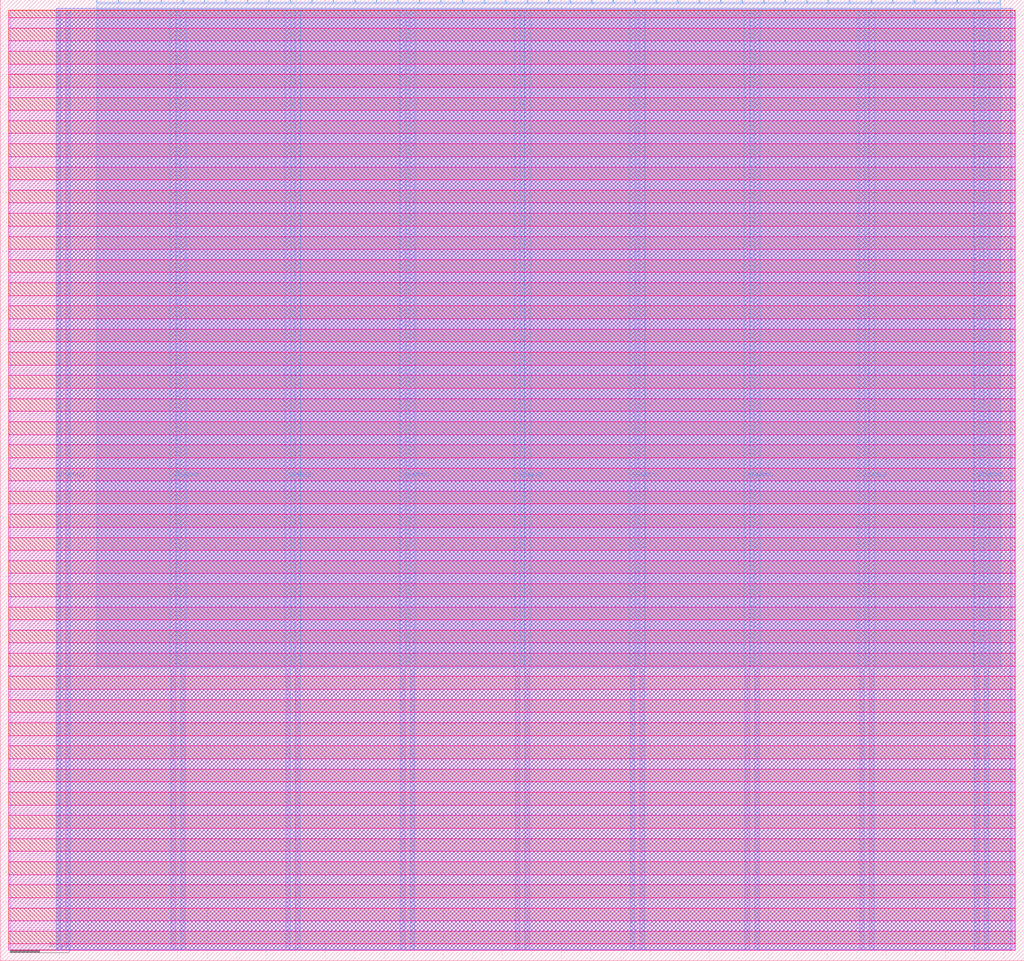
<source format=lef>
VERSION 5.7 ;
  NOWIREEXTENSIONATPIN ON ;
  DIVIDERCHAR "/" ;
  BUSBITCHARS "[]" ;
MACRO tt_um_noritsuna_CAN_CTRL
  CLASS BLOCK ;
  FOREIGN tt_um_noritsuna_CAN_CTRL ;
  ORIGIN 0.000 0.000 ;
  SIZE 346.640 BY 325.360 ;
  PIN VGND
    DIRECTION INOUT ;
    USE GROUND ;
    PORT
      LAYER Metal4 ;
        RECT 22.180 3.620 23.780 321.740 ;
    END
    PORT
      LAYER Metal4 ;
        RECT 61.050 3.620 62.650 321.740 ;
    END
    PORT
      LAYER Metal4 ;
        RECT 99.920 3.620 101.520 321.740 ;
    END
    PORT
      LAYER Metal4 ;
        RECT 138.790 3.620 140.390 321.740 ;
    END
    PORT
      LAYER Metal4 ;
        RECT 177.660 3.620 179.260 321.740 ;
    END
    PORT
      LAYER Metal4 ;
        RECT 216.530 3.620 218.130 321.740 ;
    END
    PORT
      LAYER Metal4 ;
        RECT 255.400 3.620 257.000 321.740 ;
    END
    PORT
      LAYER Metal4 ;
        RECT 294.270 3.620 295.870 321.740 ;
    END
    PORT
      LAYER Metal4 ;
        RECT 333.140 3.620 334.740 321.740 ;
    END
  END VGND
  PIN VPWR
    DIRECTION INOUT ;
    USE POWER ;
    PORT
      LAYER Metal4 ;
        RECT 18.880 3.620 20.480 321.740 ;
    END
    PORT
      LAYER Metal4 ;
        RECT 57.750 3.620 59.350 321.740 ;
    END
    PORT
      LAYER Metal4 ;
        RECT 96.620 3.620 98.220 321.740 ;
    END
    PORT
      LAYER Metal4 ;
        RECT 135.490 3.620 137.090 321.740 ;
    END
    PORT
      LAYER Metal4 ;
        RECT 174.360 3.620 175.960 321.740 ;
    END
    PORT
      LAYER Metal4 ;
        RECT 213.230 3.620 214.830 321.740 ;
    END
    PORT
      LAYER Metal4 ;
        RECT 252.100 3.620 253.700 321.740 ;
    END
    PORT
      LAYER Metal4 ;
        RECT 290.970 3.620 292.570 321.740 ;
    END
    PORT
      LAYER Metal4 ;
        RECT 329.840 3.620 331.440 321.740 ;
    END
  END VPWR
  PIN clk
    DIRECTION INPUT ;
    USE SIGNAL ;
    ANTENNAGATEAREA 0.498500 ;
    PORT
      LAYER Metal4 ;
        RECT 331.090 324.360 331.390 325.360 ;
    END
  END clk
  PIN ena
    DIRECTION INPUT ;
    USE SIGNAL ;
    ANTENNAGATEAREA 1.183000 ;
    PORT
      LAYER Metal4 ;
        RECT 338.370 324.360 338.670 325.360 ;
    END
  END ena
  PIN rst_n
    DIRECTION INPUT ;
    USE SIGNAL ;
    ANTENNAGATEAREA 1.183000 ;
    PORT
      LAYER Metal4 ;
        RECT 323.810 324.360 324.110 325.360 ;
    END
  END rst_n
  PIN ui_in[0]
    DIRECTION INPUT ;
    USE SIGNAL ;
    ANTENNAGATEAREA 0.726000 ;
    PORT
      LAYER Metal4 ;
        RECT 316.530 324.360 316.830 325.360 ;
    END
  END ui_in[0]
  PIN ui_in[1]
    DIRECTION INPUT ;
    USE SIGNAL ;
    ANTENNAGATEAREA 0.396000 ;
    PORT
      LAYER Metal4 ;
        RECT 309.250 324.360 309.550 325.360 ;
    END
  END ui_in[1]
  PIN ui_in[2]
    DIRECTION INPUT ;
    USE SIGNAL ;
    ANTENNAGATEAREA 0.396000 ;
    PORT
      LAYER Metal4 ;
        RECT 301.970 324.360 302.270 325.360 ;
    END
  END ui_in[2]
  PIN ui_in[3]
    DIRECTION INPUT ;
    USE SIGNAL ;
    ANTENNAGATEAREA 0.396000 ;
    PORT
      LAYER Metal4 ;
        RECT 294.690 324.360 294.990 325.360 ;
    END
  END ui_in[3]
  PIN ui_in[4]
    DIRECTION INPUT ;
    USE SIGNAL ;
    ANTENNAGATEAREA 0.396000 ;
    PORT
      LAYER Metal4 ;
        RECT 287.410 324.360 287.710 325.360 ;
    END
  END ui_in[4]
  PIN ui_in[5]
    DIRECTION INPUT ;
    USE SIGNAL ;
    ANTENNAGATEAREA 0.396000 ;
    PORT
      LAYER Metal4 ;
        RECT 280.130 324.360 280.430 325.360 ;
    END
  END ui_in[5]
  PIN ui_in[6]
    DIRECTION INPUT ;
    USE SIGNAL ;
    ANTENNAGATEAREA 0.396000 ;
    PORT
      LAYER Metal4 ;
        RECT 272.850 324.360 273.150 325.360 ;
    END
  END ui_in[6]
  PIN ui_in[7]
    DIRECTION INPUT ;
    USE SIGNAL ;
    ANTENNAGATEAREA 0.396000 ;
    PORT
      LAYER Metal4 ;
        RECT 265.570 324.360 265.870 325.360 ;
    END
  END ui_in[7]
  PIN uio_in[0]
    DIRECTION INPUT ;
    USE SIGNAL ;
    ANTENNAGATEAREA 0.396000 ;
    PORT
      LAYER Metal4 ;
        RECT 258.290 324.360 258.590 325.360 ;
    END
  END uio_in[0]
  PIN uio_in[1]
    DIRECTION INPUT ;
    USE SIGNAL ;
    ANTENNAGATEAREA 0.396000 ;
    PORT
      LAYER Metal4 ;
        RECT 251.010 324.360 251.310 325.360 ;
    END
  END uio_in[1]
  PIN uio_in[2]
    DIRECTION INPUT ;
    USE SIGNAL ;
    ANTENNAGATEAREA 0.396000 ;
    PORT
      LAYER Metal4 ;
        RECT 243.730 324.360 244.030 325.360 ;
    END
  END uio_in[2]
  PIN uio_in[3]
    DIRECTION INPUT ;
    USE SIGNAL ;
    ANTENNAGATEAREA 0.396000 ;
    PORT
      LAYER Metal4 ;
        RECT 236.450 324.360 236.750 325.360 ;
    END
  END uio_in[3]
  PIN uio_in[4]
    DIRECTION INPUT ;
    USE SIGNAL ;
    ANTENNAGATEAREA 0.726000 ;
    PORT
      LAYER Metal4 ;
        RECT 229.170 324.360 229.470 325.360 ;
    END
  END uio_in[4]
  PIN uio_in[5]
    DIRECTION INPUT ;
    USE SIGNAL ;
    ANTENNAGATEAREA 1.102000 ;
    PORT
      LAYER Metal4 ;
        RECT 221.890 324.360 222.190 325.360 ;
    END
  END uio_in[5]
  PIN uio_in[6]
    DIRECTION INPUT ;
    USE SIGNAL ;
    ANTENNAGATEAREA 1.102000 ;
    PORT
      LAYER Metal4 ;
        RECT 214.610 324.360 214.910 325.360 ;
    END
  END uio_in[6]
  PIN uio_in[7]
    DIRECTION INPUT ;
    USE SIGNAL ;
    ANTENNAGATEAREA 1.102000 ;
    PORT
      LAYER Metal4 ;
        RECT 207.330 324.360 207.630 325.360 ;
    END
  END uio_in[7]
  PIN uio_oe[0]
    DIRECTION OUTPUT ;
    USE SIGNAL ;
    ANTENNADIFFAREA 0.360800 ;
    PORT
      LAYER Metal4 ;
        RECT 83.570 324.360 83.870 325.360 ;
    END
  END uio_oe[0]
  PIN uio_oe[1]
    DIRECTION OUTPUT ;
    USE SIGNAL ;
    ANTENNADIFFAREA 0.360800 ;
    PORT
      LAYER Metal4 ;
        RECT 76.290 324.360 76.590 325.360 ;
    END
  END uio_oe[1]
  PIN uio_oe[2]
    DIRECTION OUTPUT ;
    USE SIGNAL ;
    ANTENNADIFFAREA 0.360800 ;
    PORT
      LAYER Metal4 ;
        RECT 69.010 324.360 69.310 325.360 ;
    END
  END uio_oe[2]
  PIN uio_oe[3]
    DIRECTION OUTPUT ;
    USE SIGNAL ;
    ANTENNADIFFAREA 0.360800 ;
    PORT
      LAYER Metal4 ;
        RECT 61.730 324.360 62.030 325.360 ;
    END
  END uio_oe[3]
  PIN uio_oe[4]
    DIRECTION OUTPUT ;
    USE SIGNAL ;
    ANTENNADIFFAREA 0.360800 ;
    PORT
      LAYER Metal4 ;
        RECT 54.450 324.360 54.750 325.360 ;
    END
  END uio_oe[4]
  PIN uio_oe[5]
    DIRECTION OUTPUT ;
    USE SIGNAL ;
    ANTENNADIFFAREA 0.360800 ;
    PORT
      LAYER Metal4 ;
        RECT 47.170 324.360 47.470 325.360 ;
    END
  END uio_oe[5]
  PIN uio_oe[6]
    DIRECTION OUTPUT ;
    USE SIGNAL ;
    ANTENNADIFFAREA 0.360800 ;
    PORT
      LAYER Metal4 ;
        RECT 39.890 324.360 40.190 325.360 ;
    END
  END uio_oe[6]
  PIN uio_oe[7]
    DIRECTION OUTPUT ;
    USE SIGNAL ;
    ANTENNADIFFAREA 0.360800 ;
    PORT
      LAYER Metal4 ;
        RECT 32.610 324.360 32.910 325.360 ;
    END
  END uio_oe[7]
  PIN uio_out[0]
    DIRECTION OUTPUT ;
    USE SIGNAL ;
    ANTENNADIFFAREA 0.360800 ;
    PORT
      LAYER Metal4 ;
        RECT 141.810 324.360 142.110 325.360 ;
    END
  END uio_out[0]
  PIN uio_out[1]
    DIRECTION OUTPUT ;
    USE SIGNAL ;
    ANTENNADIFFAREA 0.360800 ;
    PORT
      LAYER Metal4 ;
        RECT 134.530 324.360 134.830 325.360 ;
    END
  END uio_out[1]
  PIN uio_out[2]
    DIRECTION OUTPUT ;
    USE SIGNAL ;
    ANTENNADIFFAREA 0.360800 ;
    PORT
      LAYER Metal4 ;
        RECT 127.250 324.360 127.550 325.360 ;
    END
  END uio_out[2]
  PIN uio_out[3]
    DIRECTION OUTPUT ;
    USE SIGNAL ;
    ANTENNADIFFAREA 0.360800 ;
    PORT
      LAYER Metal4 ;
        RECT 119.970 324.360 120.270 325.360 ;
    END
  END uio_out[3]
  PIN uio_out[4]
    DIRECTION OUTPUT ;
    USE SIGNAL ;
    ANTENNADIFFAREA 0.360800 ;
    PORT
      LAYER Metal4 ;
        RECT 112.690 324.360 112.990 325.360 ;
    END
  END uio_out[4]
  PIN uio_out[5]
    DIRECTION OUTPUT ;
    USE SIGNAL ;
    ANTENNADIFFAREA 0.360800 ;
    PORT
      LAYER Metal4 ;
        RECT 105.410 324.360 105.710 325.360 ;
    END
  END uio_out[5]
  PIN uio_out[6]
    DIRECTION OUTPUT ;
    USE SIGNAL ;
    ANTENNADIFFAREA 0.360800 ;
    PORT
      LAYER Metal4 ;
        RECT 98.130 324.360 98.430 325.360 ;
    END
  END uio_out[6]
  PIN uio_out[7]
    DIRECTION OUTPUT ;
    USE SIGNAL ;
    ANTENNADIFFAREA 0.360800 ;
    PORT
      LAYER Metal4 ;
        RECT 90.850 324.360 91.150 325.360 ;
    END
  END uio_out[7]
  PIN uo_out[0]
    DIRECTION OUTPUT ;
    USE SIGNAL ;
    ANTENNADIFFAREA 1.986000 ;
    PORT
      LAYER Metal4 ;
        RECT 200.050 324.360 200.350 325.360 ;
    END
  END uo_out[0]
  PIN uo_out[1]
    DIRECTION OUTPUT ;
    USE SIGNAL ;
    ANTENNADIFFAREA 1.986000 ;
    PORT
      LAYER Metal4 ;
        RECT 192.770 324.360 193.070 325.360 ;
    END
  END uo_out[1]
  PIN uo_out[2]
    DIRECTION OUTPUT ;
    USE SIGNAL ;
    ANTENNADIFFAREA 1.986000 ;
    PORT
      LAYER Metal4 ;
        RECT 185.490 324.360 185.790 325.360 ;
    END
  END uo_out[2]
  PIN uo_out[3]
    DIRECTION OUTPUT ;
    USE SIGNAL ;
    ANTENNADIFFAREA 0.897600 ;
    PORT
      LAYER Metal4 ;
        RECT 178.210 324.360 178.510 325.360 ;
    END
  END uo_out[3]
  PIN uo_out[4]
    DIRECTION OUTPUT ;
    USE SIGNAL ;
    ANTENNADIFFAREA 1.986000 ;
    PORT
      LAYER Metal4 ;
        RECT 170.930 324.360 171.230 325.360 ;
    END
  END uo_out[4]
  PIN uo_out[5]
    DIRECTION OUTPUT ;
    USE SIGNAL ;
    ANTENNADIFFAREA 0.360800 ;
    PORT
      LAYER Metal4 ;
        RECT 163.650 324.360 163.950 325.360 ;
    END
  END uo_out[5]
  PIN uo_out[6]
    DIRECTION OUTPUT ;
    USE SIGNAL ;
    ANTENNADIFFAREA 0.360800 ;
    PORT
      LAYER Metal4 ;
        RECT 156.370 324.360 156.670 325.360 ;
    END
  END uo_out[6]
  PIN uo_out[7]
    DIRECTION OUTPUT ;
    USE SIGNAL ;
    ANTENNADIFFAREA 0.360800 ;
    PORT
      LAYER Metal4 ;
        RECT 149.090 324.360 149.390 325.360 ;
    END
  END uo_out[7]
  OBS
      LAYER Nwell ;
        RECT 2.930 319.280 343.710 321.870 ;
      LAYER Pwell ;
        RECT 2.930 315.760 343.710 319.280 ;
      LAYER Nwell ;
        RECT 2.930 311.440 343.710 315.760 ;
      LAYER Pwell ;
        RECT 2.930 307.920 343.710 311.440 ;
      LAYER Nwell ;
        RECT 2.930 303.600 343.710 307.920 ;
      LAYER Pwell ;
        RECT 2.930 300.080 343.710 303.600 ;
      LAYER Nwell ;
        RECT 2.930 295.760 343.710 300.080 ;
      LAYER Pwell ;
        RECT 2.930 292.240 343.710 295.760 ;
      LAYER Nwell ;
        RECT 2.930 287.920 343.710 292.240 ;
      LAYER Pwell ;
        RECT 2.930 284.400 343.710 287.920 ;
      LAYER Nwell ;
        RECT 2.930 280.080 343.710 284.400 ;
      LAYER Pwell ;
        RECT 2.930 276.560 343.710 280.080 ;
      LAYER Nwell ;
        RECT 2.930 272.240 343.710 276.560 ;
      LAYER Pwell ;
        RECT 2.930 268.720 343.710 272.240 ;
      LAYER Nwell ;
        RECT 2.930 264.400 343.710 268.720 ;
      LAYER Pwell ;
        RECT 2.930 260.880 343.710 264.400 ;
      LAYER Nwell ;
        RECT 2.930 256.560 343.710 260.880 ;
      LAYER Pwell ;
        RECT 2.930 253.040 343.710 256.560 ;
      LAYER Nwell ;
        RECT 2.930 248.720 343.710 253.040 ;
      LAYER Pwell ;
        RECT 2.930 245.200 343.710 248.720 ;
      LAYER Nwell ;
        RECT 2.930 240.880 343.710 245.200 ;
      LAYER Pwell ;
        RECT 2.930 237.360 343.710 240.880 ;
      LAYER Nwell ;
        RECT 2.930 233.040 343.710 237.360 ;
      LAYER Pwell ;
        RECT 2.930 229.520 343.710 233.040 ;
      LAYER Nwell ;
        RECT 2.930 225.200 343.710 229.520 ;
      LAYER Pwell ;
        RECT 2.930 221.680 343.710 225.200 ;
      LAYER Nwell ;
        RECT 2.930 217.360 343.710 221.680 ;
      LAYER Pwell ;
        RECT 2.930 213.840 343.710 217.360 ;
      LAYER Nwell ;
        RECT 2.930 209.520 343.710 213.840 ;
      LAYER Pwell ;
        RECT 2.930 206.000 343.710 209.520 ;
      LAYER Nwell ;
        RECT 2.930 201.680 343.710 206.000 ;
      LAYER Pwell ;
        RECT 2.930 198.160 343.710 201.680 ;
      LAYER Nwell ;
        RECT 2.930 193.840 343.710 198.160 ;
      LAYER Pwell ;
        RECT 2.930 190.320 343.710 193.840 ;
      LAYER Nwell ;
        RECT 2.930 186.000 343.710 190.320 ;
      LAYER Pwell ;
        RECT 2.930 182.480 343.710 186.000 ;
      LAYER Nwell ;
        RECT 2.930 178.160 343.710 182.480 ;
      LAYER Pwell ;
        RECT 2.930 174.640 343.710 178.160 ;
      LAYER Nwell ;
        RECT 2.930 170.320 343.710 174.640 ;
      LAYER Pwell ;
        RECT 2.930 166.800 343.710 170.320 ;
      LAYER Nwell ;
        RECT 2.930 162.480 343.710 166.800 ;
      LAYER Pwell ;
        RECT 2.930 158.960 343.710 162.480 ;
      LAYER Nwell ;
        RECT 2.930 154.640 343.710 158.960 ;
      LAYER Pwell ;
        RECT 2.930 151.120 343.710 154.640 ;
      LAYER Nwell ;
        RECT 2.930 146.800 343.710 151.120 ;
      LAYER Pwell ;
        RECT 2.930 143.280 343.710 146.800 ;
      LAYER Nwell ;
        RECT 2.930 138.960 343.710 143.280 ;
      LAYER Pwell ;
        RECT 2.930 135.440 343.710 138.960 ;
      LAYER Nwell ;
        RECT 2.930 131.120 343.710 135.440 ;
      LAYER Pwell ;
        RECT 2.930 127.600 343.710 131.120 ;
      LAYER Nwell ;
        RECT 2.930 123.280 343.710 127.600 ;
      LAYER Pwell ;
        RECT 2.930 119.760 343.710 123.280 ;
      LAYER Nwell ;
        RECT 2.930 115.440 343.710 119.760 ;
      LAYER Pwell ;
        RECT 2.930 111.920 343.710 115.440 ;
      LAYER Nwell ;
        RECT 2.930 107.600 343.710 111.920 ;
      LAYER Pwell ;
        RECT 2.930 104.080 343.710 107.600 ;
      LAYER Nwell ;
        RECT 2.930 99.760 343.710 104.080 ;
      LAYER Pwell ;
        RECT 2.930 96.240 343.710 99.760 ;
      LAYER Nwell ;
        RECT 2.930 91.920 343.710 96.240 ;
      LAYER Pwell ;
        RECT 2.930 88.400 343.710 91.920 ;
      LAYER Nwell ;
        RECT 2.930 84.080 343.710 88.400 ;
      LAYER Pwell ;
        RECT 2.930 80.560 343.710 84.080 ;
      LAYER Nwell ;
        RECT 2.930 76.240 343.710 80.560 ;
      LAYER Pwell ;
        RECT 2.930 72.720 343.710 76.240 ;
      LAYER Nwell ;
        RECT 2.930 68.400 343.710 72.720 ;
      LAYER Pwell ;
        RECT 2.930 64.880 343.710 68.400 ;
      LAYER Nwell ;
        RECT 2.930 60.560 343.710 64.880 ;
      LAYER Pwell ;
        RECT 2.930 57.040 343.710 60.560 ;
      LAYER Nwell ;
        RECT 2.930 52.720 343.710 57.040 ;
      LAYER Pwell ;
        RECT 2.930 49.200 343.710 52.720 ;
      LAYER Nwell ;
        RECT 2.930 44.880 343.710 49.200 ;
      LAYER Pwell ;
        RECT 2.930 41.360 343.710 44.880 ;
      LAYER Nwell ;
        RECT 2.930 37.040 343.710 41.360 ;
      LAYER Pwell ;
        RECT 2.930 33.520 343.710 37.040 ;
      LAYER Nwell ;
        RECT 2.930 29.200 343.710 33.520 ;
      LAYER Pwell ;
        RECT 2.930 25.680 343.710 29.200 ;
      LAYER Nwell ;
        RECT 2.930 21.360 343.710 25.680 ;
      LAYER Pwell ;
        RECT 2.930 17.840 343.710 21.360 ;
      LAYER Nwell ;
        RECT 2.930 13.520 343.710 17.840 ;
      LAYER Pwell ;
        RECT 2.930 10.000 343.710 13.520 ;
      LAYER Nwell ;
        RECT 2.930 5.680 343.710 10.000 ;
      LAYER Pwell ;
        RECT 2.930 3.490 343.710 5.680 ;
      LAYER Metal1 ;
        RECT 3.360 3.620 343.280 321.740 ;
      LAYER Metal2 ;
        RECT 19.020 3.730 342.580 322.470 ;
      LAYER Metal3 ;
        RECT 18.970 3.780 342.070 322.420 ;
      LAYER Metal4 ;
        RECT 33.210 324.060 39.590 324.590 ;
        RECT 40.490 324.060 46.870 324.590 ;
        RECT 47.770 324.060 54.150 324.590 ;
        RECT 55.050 324.060 61.430 324.590 ;
        RECT 62.330 324.060 68.710 324.590 ;
        RECT 69.610 324.060 75.990 324.590 ;
        RECT 76.890 324.060 83.270 324.590 ;
        RECT 84.170 324.060 90.550 324.590 ;
        RECT 91.450 324.060 97.830 324.590 ;
        RECT 98.730 324.060 105.110 324.590 ;
        RECT 106.010 324.060 112.390 324.590 ;
        RECT 113.290 324.060 119.670 324.590 ;
        RECT 120.570 324.060 126.950 324.590 ;
        RECT 127.850 324.060 134.230 324.590 ;
        RECT 135.130 324.060 141.510 324.590 ;
        RECT 142.410 324.060 148.790 324.590 ;
        RECT 149.690 324.060 156.070 324.590 ;
        RECT 156.970 324.060 163.350 324.590 ;
        RECT 164.250 324.060 170.630 324.590 ;
        RECT 171.530 324.060 177.910 324.590 ;
        RECT 178.810 324.060 185.190 324.590 ;
        RECT 186.090 324.060 192.470 324.590 ;
        RECT 193.370 324.060 199.750 324.590 ;
        RECT 200.650 324.060 207.030 324.590 ;
        RECT 207.930 324.060 214.310 324.590 ;
        RECT 215.210 324.060 221.590 324.590 ;
        RECT 222.490 324.060 228.870 324.590 ;
        RECT 229.770 324.060 236.150 324.590 ;
        RECT 237.050 324.060 243.430 324.590 ;
        RECT 244.330 324.060 250.710 324.590 ;
        RECT 251.610 324.060 257.990 324.590 ;
        RECT 258.890 324.060 265.270 324.590 ;
        RECT 266.170 324.060 272.550 324.590 ;
        RECT 273.450 324.060 279.830 324.590 ;
        RECT 280.730 324.060 287.110 324.590 ;
        RECT 288.010 324.060 294.390 324.590 ;
        RECT 295.290 324.060 301.670 324.590 ;
        RECT 302.570 324.060 308.950 324.590 ;
        RECT 309.850 324.060 316.230 324.590 ;
        RECT 317.130 324.060 323.510 324.590 ;
        RECT 324.410 324.060 330.790 324.590 ;
        RECT 331.690 324.060 338.070 324.590 ;
        RECT 32.620 322.040 338.660 324.060 ;
        RECT 32.620 99.210 57.450 322.040 ;
        RECT 59.650 99.210 60.750 322.040 ;
        RECT 62.950 99.210 96.320 322.040 ;
        RECT 98.520 99.210 99.620 322.040 ;
        RECT 101.820 99.210 135.190 322.040 ;
        RECT 137.390 99.210 138.490 322.040 ;
        RECT 140.690 99.210 174.060 322.040 ;
        RECT 176.260 99.210 177.360 322.040 ;
        RECT 179.560 99.210 212.930 322.040 ;
        RECT 215.130 99.210 216.230 322.040 ;
        RECT 218.430 99.210 251.800 322.040 ;
        RECT 254.000 99.210 255.100 322.040 ;
        RECT 257.300 99.210 290.670 322.040 ;
        RECT 292.870 99.210 293.970 322.040 ;
        RECT 296.170 99.210 329.540 322.040 ;
        RECT 331.740 99.210 332.840 322.040 ;
        RECT 335.040 99.210 338.660 322.040 ;
  END
END tt_um_noritsuna_CAN_CTRL
END LIBRARY


</source>
